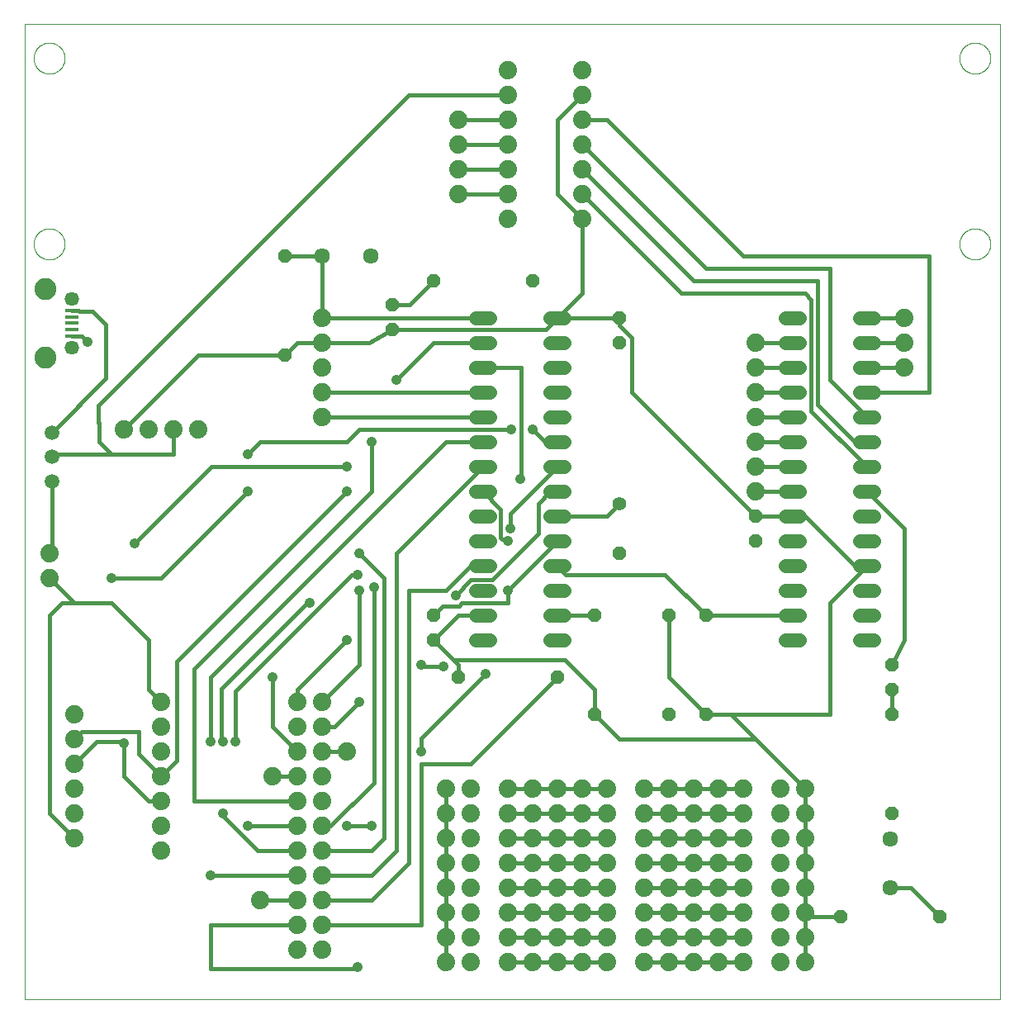
<source format=gtl>
G75*
%MOIN*%
%OFA0B0*%
%FSLAX25Y25*%
%IPPOS*%
%LPD*%
%AMOC8*
5,1,8,0,0,1.08239X$1,22.5*
%
%ADD10C,0.00000*%
%ADD11C,0.05600*%
%ADD12R,0.05315X0.01575*%
%ADD13C,0.05746*%
%ADD14C,0.08858*%
%ADD15C,0.07400*%
%ADD16C,0.05943*%
%ADD17OC8,0.05600*%
%ADD18C,0.06337*%
%ADD19C,0.05600*%
%ADD20C,0.01600*%
%ADD21C,0.04165*%
D10*
X0091250Y0001800D02*
X0091250Y0395501D01*
X0484951Y0395501D01*
X0484951Y0001800D01*
X0091250Y0001800D01*
X0095000Y0306800D02*
X0095002Y0306958D01*
X0095008Y0307115D01*
X0095018Y0307273D01*
X0095032Y0307430D01*
X0095050Y0307586D01*
X0095071Y0307743D01*
X0095097Y0307898D01*
X0095127Y0308053D01*
X0095160Y0308207D01*
X0095198Y0308360D01*
X0095239Y0308513D01*
X0095284Y0308664D01*
X0095333Y0308814D01*
X0095386Y0308962D01*
X0095442Y0309110D01*
X0095503Y0309255D01*
X0095566Y0309400D01*
X0095634Y0309542D01*
X0095705Y0309683D01*
X0095779Y0309822D01*
X0095857Y0309959D01*
X0095939Y0310094D01*
X0096023Y0310227D01*
X0096112Y0310358D01*
X0096203Y0310486D01*
X0096298Y0310613D01*
X0096395Y0310736D01*
X0096496Y0310858D01*
X0096600Y0310976D01*
X0096707Y0311092D01*
X0096817Y0311205D01*
X0096929Y0311316D01*
X0097045Y0311423D01*
X0097163Y0311528D01*
X0097283Y0311630D01*
X0097406Y0311728D01*
X0097532Y0311824D01*
X0097660Y0311916D01*
X0097790Y0312005D01*
X0097922Y0312091D01*
X0098057Y0312173D01*
X0098194Y0312252D01*
X0098332Y0312327D01*
X0098472Y0312399D01*
X0098615Y0312467D01*
X0098758Y0312532D01*
X0098904Y0312593D01*
X0099051Y0312650D01*
X0099199Y0312704D01*
X0099349Y0312754D01*
X0099499Y0312800D01*
X0099651Y0312842D01*
X0099804Y0312881D01*
X0099958Y0312915D01*
X0100113Y0312946D01*
X0100268Y0312972D01*
X0100424Y0312995D01*
X0100581Y0313014D01*
X0100738Y0313029D01*
X0100895Y0313040D01*
X0101053Y0313047D01*
X0101211Y0313050D01*
X0101368Y0313049D01*
X0101526Y0313044D01*
X0101683Y0313035D01*
X0101841Y0313022D01*
X0101997Y0313005D01*
X0102154Y0312984D01*
X0102309Y0312960D01*
X0102464Y0312931D01*
X0102619Y0312898D01*
X0102772Y0312862D01*
X0102925Y0312821D01*
X0103076Y0312777D01*
X0103226Y0312729D01*
X0103375Y0312678D01*
X0103523Y0312622D01*
X0103669Y0312563D01*
X0103814Y0312500D01*
X0103957Y0312433D01*
X0104098Y0312363D01*
X0104237Y0312290D01*
X0104375Y0312213D01*
X0104511Y0312132D01*
X0104644Y0312048D01*
X0104775Y0311961D01*
X0104904Y0311870D01*
X0105031Y0311776D01*
X0105156Y0311679D01*
X0105277Y0311579D01*
X0105397Y0311476D01*
X0105513Y0311370D01*
X0105627Y0311261D01*
X0105739Y0311149D01*
X0105847Y0311035D01*
X0105952Y0310917D01*
X0106055Y0310797D01*
X0106154Y0310675D01*
X0106250Y0310550D01*
X0106343Y0310422D01*
X0106433Y0310293D01*
X0106519Y0310161D01*
X0106603Y0310027D01*
X0106682Y0309891D01*
X0106759Y0309753D01*
X0106831Y0309613D01*
X0106900Y0309471D01*
X0106966Y0309328D01*
X0107028Y0309183D01*
X0107086Y0309036D01*
X0107141Y0308888D01*
X0107192Y0308739D01*
X0107239Y0308588D01*
X0107282Y0308437D01*
X0107321Y0308284D01*
X0107357Y0308130D01*
X0107388Y0307976D01*
X0107416Y0307821D01*
X0107440Y0307665D01*
X0107460Y0307508D01*
X0107476Y0307351D01*
X0107488Y0307194D01*
X0107496Y0307037D01*
X0107500Y0306879D01*
X0107500Y0306721D01*
X0107496Y0306563D01*
X0107488Y0306406D01*
X0107476Y0306249D01*
X0107460Y0306092D01*
X0107440Y0305935D01*
X0107416Y0305779D01*
X0107388Y0305624D01*
X0107357Y0305470D01*
X0107321Y0305316D01*
X0107282Y0305163D01*
X0107239Y0305012D01*
X0107192Y0304861D01*
X0107141Y0304712D01*
X0107086Y0304564D01*
X0107028Y0304417D01*
X0106966Y0304272D01*
X0106900Y0304129D01*
X0106831Y0303987D01*
X0106759Y0303847D01*
X0106682Y0303709D01*
X0106603Y0303573D01*
X0106519Y0303439D01*
X0106433Y0303307D01*
X0106343Y0303178D01*
X0106250Y0303050D01*
X0106154Y0302925D01*
X0106055Y0302803D01*
X0105952Y0302683D01*
X0105847Y0302565D01*
X0105739Y0302451D01*
X0105627Y0302339D01*
X0105513Y0302230D01*
X0105397Y0302124D01*
X0105277Y0302021D01*
X0105156Y0301921D01*
X0105031Y0301824D01*
X0104904Y0301730D01*
X0104775Y0301639D01*
X0104644Y0301552D01*
X0104511Y0301468D01*
X0104375Y0301387D01*
X0104237Y0301310D01*
X0104098Y0301237D01*
X0103957Y0301167D01*
X0103814Y0301100D01*
X0103669Y0301037D01*
X0103523Y0300978D01*
X0103375Y0300922D01*
X0103226Y0300871D01*
X0103076Y0300823D01*
X0102925Y0300779D01*
X0102772Y0300738D01*
X0102619Y0300702D01*
X0102464Y0300669D01*
X0102309Y0300640D01*
X0102154Y0300616D01*
X0101997Y0300595D01*
X0101841Y0300578D01*
X0101683Y0300565D01*
X0101526Y0300556D01*
X0101368Y0300551D01*
X0101211Y0300550D01*
X0101053Y0300553D01*
X0100895Y0300560D01*
X0100738Y0300571D01*
X0100581Y0300586D01*
X0100424Y0300605D01*
X0100268Y0300628D01*
X0100113Y0300654D01*
X0099958Y0300685D01*
X0099804Y0300719D01*
X0099651Y0300758D01*
X0099499Y0300800D01*
X0099349Y0300846D01*
X0099199Y0300896D01*
X0099051Y0300950D01*
X0098904Y0301007D01*
X0098758Y0301068D01*
X0098615Y0301133D01*
X0098472Y0301201D01*
X0098332Y0301273D01*
X0098194Y0301348D01*
X0098057Y0301427D01*
X0097922Y0301509D01*
X0097790Y0301595D01*
X0097660Y0301684D01*
X0097532Y0301776D01*
X0097406Y0301872D01*
X0097283Y0301970D01*
X0097163Y0302072D01*
X0097045Y0302177D01*
X0096929Y0302284D01*
X0096817Y0302395D01*
X0096707Y0302508D01*
X0096600Y0302624D01*
X0096496Y0302742D01*
X0096395Y0302864D01*
X0096298Y0302987D01*
X0096203Y0303114D01*
X0096112Y0303242D01*
X0096023Y0303373D01*
X0095939Y0303506D01*
X0095857Y0303641D01*
X0095779Y0303778D01*
X0095705Y0303917D01*
X0095634Y0304058D01*
X0095566Y0304200D01*
X0095503Y0304345D01*
X0095442Y0304490D01*
X0095386Y0304638D01*
X0095333Y0304786D01*
X0095284Y0304936D01*
X0095239Y0305087D01*
X0095198Y0305240D01*
X0095160Y0305393D01*
X0095127Y0305547D01*
X0095097Y0305702D01*
X0095071Y0305857D01*
X0095050Y0306014D01*
X0095032Y0306170D01*
X0095018Y0306327D01*
X0095008Y0306485D01*
X0095002Y0306642D01*
X0095000Y0306800D01*
X0095000Y0381800D02*
X0095002Y0381958D01*
X0095008Y0382115D01*
X0095018Y0382273D01*
X0095032Y0382430D01*
X0095050Y0382586D01*
X0095071Y0382743D01*
X0095097Y0382898D01*
X0095127Y0383053D01*
X0095160Y0383207D01*
X0095198Y0383360D01*
X0095239Y0383513D01*
X0095284Y0383664D01*
X0095333Y0383814D01*
X0095386Y0383962D01*
X0095442Y0384110D01*
X0095503Y0384255D01*
X0095566Y0384400D01*
X0095634Y0384542D01*
X0095705Y0384683D01*
X0095779Y0384822D01*
X0095857Y0384959D01*
X0095939Y0385094D01*
X0096023Y0385227D01*
X0096112Y0385358D01*
X0096203Y0385486D01*
X0096298Y0385613D01*
X0096395Y0385736D01*
X0096496Y0385858D01*
X0096600Y0385976D01*
X0096707Y0386092D01*
X0096817Y0386205D01*
X0096929Y0386316D01*
X0097045Y0386423D01*
X0097163Y0386528D01*
X0097283Y0386630D01*
X0097406Y0386728D01*
X0097532Y0386824D01*
X0097660Y0386916D01*
X0097790Y0387005D01*
X0097922Y0387091D01*
X0098057Y0387173D01*
X0098194Y0387252D01*
X0098332Y0387327D01*
X0098472Y0387399D01*
X0098615Y0387467D01*
X0098758Y0387532D01*
X0098904Y0387593D01*
X0099051Y0387650D01*
X0099199Y0387704D01*
X0099349Y0387754D01*
X0099499Y0387800D01*
X0099651Y0387842D01*
X0099804Y0387881D01*
X0099958Y0387915D01*
X0100113Y0387946D01*
X0100268Y0387972D01*
X0100424Y0387995D01*
X0100581Y0388014D01*
X0100738Y0388029D01*
X0100895Y0388040D01*
X0101053Y0388047D01*
X0101211Y0388050D01*
X0101368Y0388049D01*
X0101526Y0388044D01*
X0101683Y0388035D01*
X0101841Y0388022D01*
X0101997Y0388005D01*
X0102154Y0387984D01*
X0102309Y0387960D01*
X0102464Y0387931D01*
X0102619Y0387898D01*
X0102772Y0387862D01*
X0102925Y0387821D01*
X0103076Y0387777D01*
X0103226Y0387729D01*
X0103375Y0387678D01*
X0103523Y0387622D01*
X0103669Y0387563D01*
X0103814Y0387500D01*
X0103957Y0387433D01*
X0104098Y0387363D01*
X0104237Y0387290D01*
X0104375Y0387213D01*
X0104511Y0387132D01*
X0104644Y0387048D01*
X0104775Y0386961D01*
X0104904Y0386870D01*
X0105031Y0386776D01*
X0105156Y0386679D01*
X0105277Y0386579D01*
X0105397Y0386476D01*
X0105513Y0386370D01*
X0105627Y0386261D01*
X0105739Y0386149D01*
X0105847Y0386035D01*
X0105952Y0385917D01*
X0106055Y0385797D01*
X0106154Y0385675D01*
X0106250Y0385550D01*
X0106343Y0385422D01*
X0106433Y0385293D01*
X0106519Y0385161D01*
X0106603Y0385027D01*
X0106682Y0384891D01*
X0106759Y0384753D01*
X0106831Y0384613D01*
X0106900Y0384471D01*
X0106966Y0384328D01*
X0107028Y0384183D01*
X0107086Y0384036D01*
X0107141Y0383888D01*
X0107192Y0383739D01*
X0107239Y0383588D01*
X0107282Y0383437D01*
X0107321Y0383284D01*
X0107357Y0383130D01*
X0107388Y0382976D01*
X0107416Y0382821D01*
X0107440Y0382665D01*
X0107460Y0382508D01*
X0107476Y0382351D01*
X0107488Y0382194D01*
X0107496Y0382037D01*
X0107500Y0381879D01*
X0107500Y0381721D01*
X0107496Y0381563D01*
X0107488Y0381406D01*
X0107476Y0381249D01*
X0107460Y0381092D01*
X0107440Y0380935D01*
X0107416Y0380779D01*
X0107388Y0380624D01*
X0107357Y0380470D01*
X0107321Y0380316D01*
X0107282Y0380163D01*
X0107239Y0380012D01*
X0107192Y0379861D01*
X0107141Y0379712D01*
X0107086Y0379564D01*
X0107028Y0379417D01*
X0106966Y0379272D01*
X0106900Y0379129D01*
X0106831Y0378987D01*
X0106759Y0378847D01*
X0106682Y0378709D01*
X0106603Y0378573D01*
X0106519Y0378439D01*
X0106433Y0378307D01*
X0106343Y0378178D01*
X0106250Y0378050D01*
X0106154Y0377925D01*
X0106055Y0377803D01*
X0105952Y0377683D01*
X0105847Y0377565D01*
X0105739Y0377451D01*
X0105627Y0377339D01*
X0105513Y0377230D01*
X0105397Y0377124D01*
X0105277Y0377021D01*
X0105156Y0376921D01*
X0105031Y0376824D01*
X0104904Y0376730D01*
X0104775Y0376639D01*
X0104644Y0376552D01*
X0104511Y0376468D01*
X0104375Y0376387D01*
X0104237Y0376310D01*
X0104098Y0376237D01*
X0103957Y0376167D01*
X0103814Y0376100D01*
X0103669Y0376037D01*
X0103523Y0375978D01*
X0103375Y0375922D01*
X0103226Y0375871D01*
X0103076Y0375823D01*
X0102925Y0375779D01*
X0102772Y0375738D01*
X0102619Y0375702D01*
X0102464Y0375669D01*
X0102309Y0375640D01*
X0102154Y0375616D01*
X0101997Y0375595D01*
X0101841Y0375578D01*
X0101683Y0375565D01*
X0101526Y0375556D01*
X0101368Y0375551D01*
X0101211Y0375550D01*
X0101053Y0375553D01*
X0100895Y0375560D01*
X0100738Y0375571D01*
X0100581Y0375586D01*
X0100424Y0375605D01*
X0100268Y0375628D01*
X0100113Y0375654D01*
X0099958Y0375685D01*
X0099804Y0375719D01*
X0099651Y0375758D01*
X0099499Y0375800D01*
X0099349Y0375846D01*
X0099199Y0375896D01*
X0099051Y0375950D01*
X0098904Y0376007D01*
X0098758Y0376068D01*
X0098615Y0376133D01*
X0098472Y0376201D01*
X0098332Y0376273D01*
X0098194Y0376348D01*
X0098057Y0376427D01*
X0097922Y0376509D01*
X0097790Y0376595D01*
X0097660Y0376684D01*
X0097532Y0376776D01*
X0097406Y0376872D01*
X0097283Y0376970D01*
X0097163Y0377072D01*
X0097045Y0377177D01*
X0096929Y0377284D01*
X0096817Y0377395D01*
X0096707Y0377508D01*
X0096600Y0377624D01*
X0096496Y0377742D01*
X0096395Y0377864D01*
X0096298Y0377987D01*
X0096203Y0378114D01*
X0096112Y0378242D01*
X0096023Y0378373D01*
X0095939Y0378506D01*
X0095857Y0378641D01*
X0095779Y0378778D01*
X0095705Y0378917D01*
X0095634Y0379058D01*
X0095566Y0379200D01*
X0095503Y0379345D01*
X0095442Y0379490D01*
X0095386Y0379638D01*
X0095333Y0379786D01*
X0095284Y0379936D01*
X0095239Y0380087D01*
X0095198Y0380240D01*
X0095160Y0380393D01*
X0095127Y0380547D01*
X0095097Y0380702D01*
X0095071Y0380857D01*
X0095050Y0381014D01*
X0095032Y0381170D01*
X0095018Y0381327D01*
X0095008Y0381485D01*
X0095002Y0381642D01*
X0095000Y0381800D01*
X0468700Y0381800D02*
X0468702Y0381958D01*
X0468708Y0382115D01*
X0468718Y0382273D01*
X0468732Y0382430D01*
X0468750Y0382586D01*
X0468771Y0382743D01*
X0468797Y0382898D01*
X0468827Y0383053D01*
X0468860Y0383207D01*
X0468898Y0383360D01*
X0468939Y0383513D01*
X0468984Y0383664D01*
X0469033Y0383814D01*
X0469086Y0383962D01*
X0469142Y0384110D01*
X0469203Y0384255D01*
X0469266Y0384400D01*
X0469334Y0384542D01*
X0469405Y0384683D01*
X0469479Y0384822D01*
X0469557Y0384959D01*
X0469639Y0385094D01*
X0469723Y0385227D01*
X0469812Y0385358D01*
X0469903Y0385486D01*
X0469998Y0385613D01*
X0470095Y0385736D01*
X0470196Y0385858D01*
X0470300Y0385976D01*
X0470407Y0386092D01*
X0470517Y0386205D01*
X0470629Y0386316D01*
X0470745Y0386423D01*
X0470863Y0386528D01*
X0470983Y0386630D01*
X0471106Y0386728D01*
X0471232Y0386824D01*
X0471360Y0386916D01*
X0471490Y0387005D01*
X0471622Y0387091D01*
X0471757Y0387173D01*
X0471894Y0387252D01*
X0472032Y0387327D01*
X0472172Y0387399D01*
X0472315Y0387467D01*
X0472458Y0387532D01*
X0472604Y0387593D01*
X0472751Y0387650D01*
X0472899Y0387704D01*
X0473049Y0387754D01*
X0473199Y0387800D01*
X0473351Y0387842D01*
X0473504Y0387881D01*
X0473658Y0387915D01*
X0473813Y0387946D01*
X0473968Y0387972D01*
X0474124Y0387995D01*
X0474281Y0388014D01*
X0474438Y0388029D01*
X0474595Y0388040D01*
X0474753Y0388047D01*
X0474911Y0388050D01*
X0475068Y0388049D01*
X0475226Y0388044D01*
X0475383Y0388035D01*
X0475541Y0388022D01*
X0475697Y0388005D01*
X0475854Y0387984D01*
X0476009Y0387960D01*
X0476164Y0387931D01*
X0476319Y0387898D01*
X0476472Y0387862D01*
X0476625Y0387821D01*
X0476776Y0387777D01*
X0476926Y0387729D01*
X0477075Y0387678D01*
X0477223Y0387622D01*
X0477369Y0387563D01*
X0477514Y0387500D01*
X0477657Y0387433D01*
X0477798Y0387363D01*
X0477937Y0387290D01*
X0478075Y0387213D01*
X0478211Y0387132D01*
X0478344Y0387048D01*
X0478475Y0386961D01*
X0478604Y0386870D01*
X0478731Y0386776D01*
X0478856Y0386679D01*
X0478977Y0386579D01*
X0479097Y0386476D01*
X0479213Y0386370D01*
X0479327Y0386261D01*
X0479439Y0386149D01*
X0479547Y0386035D01*
X0479652Y0385917D01*
X0479755Y0385797D01*
X0479854Y0385675D01*
X0479950Y0385550D01*
X0480043Y0385422D01*
X0480133Y0385293D01*
X0480219Y0385161D01*
X0480303Y0385027D01*
X0480382Y0384891D01*
X0480459Y0384753D01*
X0480531Y0384613D01*
X0480600Y0384471D01*
X0480666Y0384328D01*
X0480728Y0384183D01*
X0480786Y0384036D01*
X0480841Y0383888D01*
X0480892Y0383739D01*
X0480939Y0383588D01*
X0480982Y0383437D01*
X0481021Y0383284D01*
X0481057Y0383130D01*
X0481088Y0382976D01*
X0481116Y0382821D01*
X0481140Y0382665D01*
X0481160Y0382508D01*
X0481176Y0382351D01*
X0481188Y0382194D01*
X0481196Y0382037D01*
X0481200Y0381879D01*
X0481200Y0381721D01*
X0481196Y0381563D01*
X0481188Y0381406D01*
X0481176Y0381249D01*
X0481160Y0381092D01*
X0481140Y0380935D01*
X0481116Y0380779D01*
X0481088Y0380624D01*
X0481057Y0380470D01*
X0481021Y0380316D01*
X0480982Y0380163D01*
X0480939Y0380012D01*
X0480892Y0379861D01*
X0480841Y0379712D01*
X0480786Y0379564D01*
X0480728Y0379417D01*
X0480666Y0379272D01*
X0480600Y0379129D01*
X0480531Y0378987D01*
X0480459Y0378847D01*
X0480382Y0378709D01*
X0480303Y0378573D01*
X0480219Y0378439D01*
X0480133Y0378307D01*
X0480043Y0378178D01*
X0479950Y0378050D01*
X0479854Y0377925D01*
X0479755Y0377803D01*
X0479652Y0377683D01*
X0479547Y0377565D01*
X0479439Y0377451D01*
X0479327Y0377339D01*
X0479213Y0377230D01*
X0479097Y0377124D01*
X0478977Y0377021D01*
X0478856Y0376921D01*
X0478731Y0376824D01*
X0478604Y0376730D01*
X0478475Y0376639D01*
X0478344Y0376552D01*
X0478211Y0376468D01*
X0478075Y0376387D01*
X0477937Y0376310D01*
X0477798Y0376237D01*
X0477657Y0376167D01*
X0477514Y0376100D01*
X0477369Y0376037D01*
X0477223Y0375978D01*
X0477075Y0375922D01*
X0476926Y0375871D01*
X0476776Y0375823D01*
X0476625Y0375779D01*
X0476472Y0375738D01*
X0476319Y0375702D01*
X0476164Y0375669D01*
X0476009Y0375640D01*
X0475854Y0375616D01*
X0475697Y0375595D01*
X0475541Y0375578D01*
X0475383Y0375565D01*
X0475226Y0375556D01*
X0475068Y0375551D01*
X0474911Y0375550D01*
X0474753Y0375553D01*
X0474595Y0375560D01*
X0474438Y0375571D01*
X0474281Y0375586D01*
X0474124Y0375605D01*
X0473968Y0375628D01*
X0473813Y0375654D01*
X0473658Y0375685D01*
X0473504Y0375719D01*
X0473351Y0375758D01*
X0473199Y0375800D01*
X0473049Y0375846D01*
X0472899Y0375896D01*
X0472751Y0375950D01*
X0472604Y0376007D01*
X0472458Y0376068D01*
X0472315Y0376133D01*
X0472172Y0376201D01*
X0472032Y0376273D01*
X0471894Y0376348D01*
X0471757Y0376427D01*
X0471622Y0376509D01*
X0471490Y0376595D01*
X0471360Y0376684D01*
X0471232Y0376776D01*
X0471106Y0376872D01*
X0470983Y0376970D01*
X0470863Y0377072D01*
X0470745Y0377177D01*
X0470629Y0377284D01*
X0470517Y0377395D01*
X0470407Y0377508D01*
X0470300Y0377624D01*
X0470196Y0377742D01*
X0470095Y0377864D01*
X0469998Y0377987D01*
X0469903Y0378114D01*
X0469812Y0378242D01*
X0469723Y0378373D01*
X0469639Y0378506D01*
X0469557Y0378641D01*
X0469479Y0378778D01*
X0469405Y0378917D01*
X0469334Y0379058D01*
X0469266Y0379200D01*
X0469203Y0379345D01*
X0469142Y0379490D01*
X0469086Y0379638D01*
X0469033Y0379786D01*
X0468984Y0379936D01*
X0468939Y0380087D01*
X0468898Y0380240D01*
X0468860Y0380393D01*
X0468827Y0380547D01*
X0468797Y0380702D01*
X0468771Y0380857D01*
X0468750Y0381014D01*
X0468732Y0381170D01*
X0468718Y0381327D01*
X0468708Y0381485D01*
X0468702Y0381642D01*
X0468700Y0381800D01*
X0468700Y0306800D02*
X0468702Y0306958D01*
X0468708Y0307115D01*
X0468718Y0307273D01*
X0468732Y0307430D01*
X0468750Y0307586D01*
X0468771Y0307743D01*
X0468797Y0307898D01*
X0468827Y0308053D01*
X0468860Y0308207D01*
X0468898Y0308360D01*
X0468939Y0308513D01*
X0468984Y0308664D01*
X0469033Y0308814D01*
X0469086Y0308962D01*
X0469142Y0309110D01*
X0469203Y0309255D01*
X0469266Y0309400D01*
X0469334Y0309542D01*
X0469405Y0309683D01*
X0469479Y0309822D01*
X0469557Y0309959D01*
X0469639Y0310094D01*
X0469723Y0310227D01*
X0469812Y0310358D01*
X0469903Y0310486D01*
X0469998Y0310613D01*
X0470095Y0310736D01*
X0470196Y0310858D01*
X0470300Y0310976D01*
X0470407Y0311092D01*
X0470517Y0311205D01*
X0470629Y0311316D01*
X0470745Y0311423D01*
X0470863Y0311528D01*
X0470983Y0311630D01*
X0471106Y0311728D01*
X0471232Y0311824D01*
X0471360Y0311916D01*
X0471490Y0312005D01*
X0471622Y0312091D01*
X0471757Y0312173D01*
X0471894Y0312252D01*
X0472032Y0312327D01*
X0472172Y0312399D01*
X0472315Y0312467D01*
X0472458Y0312532D01*
X0472604Y0312593D01*
X0472751Y0312650D01*
X0472899Y0312704D01*
X0473049Y0312754D01*
X0473199Y0312800D01*
X0473351Y0312842D01*
X0473504Y0312881D01*
X0473658Y0312915D01*
X0473813Y0312946D01*
X0473968Y0312972D01*
X0474124Y0312995D01*
X0474281Y0313014D01*
X0474438Y0313029D01*
X0474595Y0313040D01*
X0474753Y0313047D01*
X0474911Y0313050D01*
X0475068Y0313049D01*
X0475226Y0313044D01*
X0475383Y0313035D01*
X0475541Y0313022D01*
X0475697Y0313005D01*
X0475854Y0312984D01*
X0476009Y0312960D01*
X0476164Y0312931D01*
X0476319Y0312898D01*
X0476472Y0312862D01*
X0476625Y0312821D01*
X0476776Y0312777D01*
X0476926Y0312729D01*
X0477075Y0312678D01*
X0477223Y0312622D01*
X0477369Y0312563D01*
X0477514Y0312500D01*
X0477657Y0312433D01*
X0477798Y0312363D01*
X0477937Y0312290D01*
X0478075Y0312213D01*
X0478211Y0312132D01*
X0478344Y0312048D01*
X0478475Y0311961D01*
X0478604Y0311870D01*
X0478731Y0311776D01*
X0478856Y0311679D01*
X0478977Y0311579D01*
X0479097Y0311476D01*
X0479213Y0311370D01*
X0479327Y0311261D01*
X0479439Y0311149D01*
X0479547Y0311035D01*
X0479652Y0310917D01*
X0479755Y0310797D01*
X0479854Y0310675D01*
X0479950Y0310550D01*
X0480043Y0310422D01*
X0480133Y0310293D01*
X0480219Y0310161D01*
X0480303Y0310027D01*
X0480382Y0309891D01*
X0480459Y0309753D01*
X0480531Y0309613D01*
X0480600Y0309471D01*
X0480666Y0309328D01*
X0480728Y0309183D01*
X0480786Y0309036D01*
X0480841Y0308888D01*
X0480892Y0308739D01*
X0480939Y0308588D01*
X0480982Y0308437D01*
X0481021Y0308284D01*
X0481057Y0308130D01*
X0481088Y0307976D01*
X0481116Y0307821D01*
X0481140Y0307665D01*
X0481160Y0307508D01*
X0481176Y0307351D01*
X0481188Y0307194D01*
X0481196Y0307037D01*
X0481200Y0306879D01*
X0481200Y0306721D01*
X0481196Y0306563D01*
X0481188Y0306406D01*
X0481176Y0306249D01*
X0481160Y0306092D01*
X0481140Y0305935D01*
X0481116Y0305779D01*
X0481088Y0305624D01*
X0481057Y0305470D01*
X0481021Y0305316D01*
X0480982Y0305163D01*
X0480939Y0305012D01*
X0480892Y0304861D01*
X0480841Y0304712D01*
X0480786Y0304564D01*
X0480728Y0304417D01*
X0480666Y0304272D01*
X0480600Y0304129D01*
X0480531Y0303987D01*
X0480459Y0303847D01*
X0480382Y0303709D01*
X0480303Y0303573D01*
X0480219Y0303439D01*
X0480133Y0303307D01*
X0480043Y0303178D01*
X0479950Y0303050D01*
X0479854Y0302925D01*
X0479755Y0302803D01*
X0479652Y0302683D01*
X0479547Y0302565D01*
X0479439Y0302451D01*
X0479327Y0302339D01*
X0479213Y0302230D01*
X0479097Y0302124D01*
X0478977Y0302021D01*
X0478856Y0301921D01*
X0478731Y0301824D01*
X0478604Y0301730D01*
X0478475Y0301639D01*
X0478344Y0301552D01*
X0478211Y0301468D01*
X0478075Y0301387D01*
X0477937Y0301310D01*
X0477798Y0301237D01*
X0477657Y0301167D01*
X0477514Y0301100D01*
X0477369Y0301037D01*
X0477223Y0300978D01*
X0477075Y0300922D01*
X0476926Y0300871D01*
X0476776Y0300823D01*
X0476625Y0300779D01*
X0476472Y0300738D01*
X0476319Y0300702D01*
X0476164Y0300669D01*
X0476009Y0300640D01*
X0475854Y0300616D01*
X0475697Y0300595D01*
X0475541Y0300578D01*
X0475383Y0300565D01*
X0475226Y0300556D01*
X0475068Y0300551D01*
X0474911Y0300550D01*
X0474753Y0300553D01*
X0474595Y0300560D01*
X0474438Y0300571D01*
X0474281Y0300586D01*
X0474124Y0300605D01*
X0473968Y0300628D01*
X0473813Y0300654D01*
X0473658Y0300685D01*
X0473504Y0300719D01*
X0473351Y0300758D01*
X0473199Y0300800D01*
X0473049Y0300846D01*
X0472899Y0300896D01*
X0472751Y0300950D01*
X0472604Y0301007D01*
X0472458Y0301068D01*
X0472315Y0301133D01*
X0472172Y0301201D01*
X0472032Y0301273D01*
X0471894Y0301348D01*
X0471757Y0301427D01*
X0471622Y0301509D01*
X0471490Y0301595D01*
X0471360Y0301684D01*
X0471232Y0301776D01*
X0471106Y0301872D01*
X0470983Y0301970D01*
X0470863Y0302072D01*
X0470745Y0302177D01*
X0470629Y0302284D01*
X0470517Y0302395D01*
X0470407Y0302508D01*
X0470300Y0302624D01*
X0470196Y0302742D01*
X0470095Y0302864D01*
X0469998Y0302987D01*
X0469903Y0303114D01*
X0469812Y0303242D01*
X0469723Y0303373D01*
X0469639Y0303506D01*
X0469557Y0303641D01*
X0469479Y0303778D01*
X0469405Y0303917D01*
X0469334Y0304058D01*
X0469266Y0304200D01*
X0469203Y0304345D01*
X0469142Y0304490D01*
X0469086Y0304638D01*
X0469033Y0304786D01*
X0468984Y0304936D01*
X0468939Y0305087D01*
X0468898Y0305240D01*
X0468860Y0305393D01*
X0468827Y0305547D01*
X0468797Y0305702D01*
X0468771Y0305857D01*
X0468750Y0306014D01*
X0468732Y0306170D01*
X0468718Y0306327D01*
X0468708Y0306485D01*
X0468702Y0306642D01*
X0468700Y0306800D01*
D11*
X0434050Y0276800D02*
X0428450Y0276800D01*
X0428450Y0266800D02*
X0434050Y0266800D01*
X0434050Y0256800D02*
X0428450Y0256800D01*
X0428450Y0246800D02*
X0434050Y0246800D01*
X0434050Y0236800D02*
X0428450Y0236800D01*
X0428450Y0226800D02*
X0434050Y0226800D01*
X0434050Y0216800D02*
X0428450Y0216800D01*
X0428450Y0206800D02*
X0434050Y0206800D01*
X0434050Y0196800D02*
X0428450Y0196800D01*
X0428450Y0186800D02*
X0434050Y0186800D01*
X0434050Y0176800D02*
X0428450Y0176800D01*
X0428450Y0166800D02*
X0434050Y0166800D01*
X0434050Y0156800D02*
X0428450Y0156800D01*
X0428450Y0146800D02*
X0434050Y0146800D01*
X0404050Y0146800D02*
X0398450Y0146800D01*
X0398450Y0156800D02*
X0404050Y0156800D01*
X0404050Y0166800D02*
X0398450Y0166800D01*
X0398450Y0176800D02*
X0404050Y0176800D01*
X0404050Y0186800D02*
X0398450Y0186800D01*
X0398450Y0196800D02*
X0404050Y0196800D01*
X0404050Y0206800D02*
X0398450Y0206800D01*
X0398450Y0216800D02*
X0404050Y0216800D01*
X0404050Y0226800D02*
X0398450Y0226800D01*
X0398450Y0236800D02*
X0404050Y0236800D01*
X0404050Y0246800D02*
X0398450Y0246800D01*
X0398450Y0256800D02*
X0404050Y0256800D01*
X0404050Y0266800D02*
X0398450Y0266800D01*
X0398450Y0276800D02*
X0404050Y0276800D01*
X0309050Y0276800D02*
X0303450Y0276800D01*
X0303450Y0266800D02*
X0309050Y0266800D01*
X0309050Y0256800D02*
X0303450Y0256800D01*
X0303450Y0246800D02*
X0309050Y0246800D01*
X0309050Y0236800D02*
X0303450Y0236800D01*
X0303450Y0226800D02*
X0309050Y0226800D01*
X0309050Y0216800D02*
X0303450Y0216800D01*
X0303450Y0206800D02*
X0309050Y0206800D01*
X0309050Y0196800D02*
X0303450Y0196800D01*
X0303450Y0186800D02*
X0309050Y0186800D01*
X0309050Y0176800D02*
X0303450Y0176800D01*
X0303450Y0166800D02*
X0309050Y0166800D01*
X0309050Y0156800D02*
X0303450Y0156800D01*
X0303450Y0146800D02*
X0309050Y0146800D01*
X0279050Y0146800D02*
X0273450Y0146800D01*
X0273450Y0156800D02*
X0279050Y0156800D01*
X0279050Y0166800D02*
X0273450Y0166800D01*
X0273450Y0176800D02*
X0279050Y0176800D01*
X0279050Y0186800D02*
X0273450Y0186800D01*
X0273450Y0196800D02*
X0279050Y0196800D01*
X0279050Y0206800D02*
X0273450Y0206800D01*
X0273450Y0216800D02*
X0279050Y0216800D01*
X0279050Y0226800D02*
X0273450Y0226800D01*
X0273450Y0236800D02*
X0279050Y0236800D01*
X0279050Y0246800D02*
X0273450Y0246800D01*
X0273450Y0256800D02*
X0279050Y0256800D01*
X0279050Y0266800D02*
X0273450Y0266800D01*
X0273450Y0276800D02*
X0279050Y0276800D01*
D12*
X0110380Y0277359D03*
X0110380Y0274800D03*
X0110380Y0272241D03*
X0110380Y0269682D03*
X0110380Y0279918D03*
D13*
X0110380Y0284643D03*
X0110380Y0264957D03*
D14*
X0099750Y0261020D03*
X0099750Y0288580D03*
D15*
X0131250Y0231800D03*
X0141250Y0231800D03*
X0151250Y0231800D03*
X0161250Y0231800D03*
X0211250Y0236800D03*
X0211250Y0246800D03*
X0211250Y0256800D03*
X0211250Y0266800D03*
X0211250Y0276800D03*
X0266250Y0326800D03*
X0266250Y0336800D03*
X0266250Y0346800D03*
X0266250Y0356800D03*
X0286250Y0356800D03*
X0286250Y0346800D03*
X0286250Y0336800D03*
X0286250Y0326800D03*
X0286250Y0316800D03*
X0316250Y0316800D03*
X0316250Y0326800D03*
X0316250Y0336800D03*
X0316250Y0346800D03*
X0316250Y0356800D03*
X0316250Y0366800D03*
X0316250Y0376800D03*
X0286250Y0376800D03*
X0286250Y0366800D03*
X0386250Y0266800D03*
X0386250Y0256800D03*
X0386250Y0246800D03*
X0386250Y0236800D03*
X0386250Y0226800D03*
X0386250Y0216800D03*
X0386250Y0206800D03*
X0446250Y0256800D03*
X0446250Y0266800D03*
X0446250Y0276800D03*
X0221250Y0101800D03*
X0211250Y0101800D03*
X0211250Y0091800D03*
X0201250Y0091800D03*
X0201250Y0101800D03*
X0191250Y0091800D03*
X0201250Y0081800D03*
X0201250Y0071800D03*
X0211250Y0071800D03*
X0211250Y0081800D03*
X0211250Y0061800D03*
X0201250Y0061800D03*
X0201250Y0051800D03*
X0201250Y0041800D03*
X0211250Y0041800D03*
X0211250Y0051800D03*
X0211250Y0031800D03*
X0211250Y0021800D03*
X0201250Y0021800D03*
X0201250Y0031800D03*
X0186250Y0041800D03*
X0146250Y0061800D03*
X0146250Y0071800D03*
X0146250Y0081800D03*
X0146250Y0091800D03*
X0146250Y0101800D03*
X0146250Y0111800D03*
X0146250Y0121800D03*
X0111250Y0116800D03*
X0111250Y0106800D03*
X0111250Y0096800D03*
X0111250Y0086800D03*
X0111250Y0076800D03*
X0111250Y0066800D03*
X0201250Y0111800D03*
X0201250Y0121800D03*
X0211250Y0121800D03*
X0211250Y0111800D03*
X0261250Y0086800D03*
X0261250Y0076800D03*
X0271250Y0076800D03*
X0271250Y0086800D03*
X0286250Y0086800D03*
X0286250Y0076800D03*
X0296250Y0076800D03*
X0296250Y0086800D03*
X0306250Y0086800D03*
X0306250Y0076800D03*
X0316250Y0076800D03*
X0316250Y0086800D03*
X0326250Y0086800D03*
X0326250Y0076800D03*
X0326250Y0066800D03*
X0326250Y0056800D03*
X0316250Y0056800D03*
X0316250Y0066800D03*
X0306250Y0066800D03*
X0306250Y0056800D03*
X0296250Y0056800D03*
X0296250Y0066800D03*
X0286250Y0066800D03*
X0286250Y0056800D03*
X0286250Y0046800D03*
X0286250Y0036800D03*
X0296250Y0036800D03*
X0296250Y0046800D03*
X0306250Y0046800D03*
X0306250Y0036800D03*
X0316250Y0036800D03*
X0316250Y0046800D03*
X0326250Y0046800D03*
X0326250Y0036800D03*
X0326250Y0026800D03*
X0326250Y0016800D03*
X0316250Y0016800D03*
X0316250Y0026800D03*
X0306250Y0026800D03*
X0306250Y0016800D03*
X0296250Y0016800D03*
X0296250Y0026800D03*
X0286250Y0026800D03*
X0286250Y0016800D03*
X0271250Y0016800D03*
X0271250Y0026800D03*
X0261250Y0026800D03*
X0261250Y0016800D03*
X0261250Y0036800D03*
X0261250Y0046800D03*
X0271250Y0046800D03*
X0271250Y0036800D03*
X0271250Y0056800D03*
X0271250Y0066800D03*
X0261250Y0066800D03*
X0261250Y0056800D03*
X0341250Y0056800D03*
X0341250Y0066800D03*
X0351250Y0066800D03*
X0351250Y0056800D03*
X0351250Y0046800D03*
X0351250Y0036800D03*
X0341250Y0036800D03*
X0341250Y0046800D03*
X0341250Y0026800D03*
X0341250Y0016800D03*
X0351250Y0016800D03*
X0351250Y0026800D03*
X0361250Y0026800D03*
X0361250Y0016800D03*
X0371250Y0016800D03*
X0371250Y0026800D03*
X0381250Y0026800D03*
X0381250Y0016800D03*
X0396250Y0016800D03*
X0396250Y0026800D03*
X0406250Y0026800D03*
X0406250Y0016800D03*
X0406250Y0036800D03*
X0406250Y0046800D03*
X0396250Y0046800D03*
X0396250Y0036800D03*
X0381250Y0036800D03*
X0381250Y0046800D03*
X0371250Y0046800D03*
X0371250Y0036800D03*
X0361250Y0036800D03*
X0361250Y0046800D03*
X0361250Y0056800D03*
X0361250Y0066800D03*
X0371250Y0066800D03*
X0371250Y0056800D03*
X0381250Y0056800D03*
X0381250Y0066800D03*
X0381250Y0076800D03*
X0381250Y0086800D03*
X0371250Y0086800D03*
X0371250Y0076800D03*
X0361250Y0076800D03*
X0361250Y0086800D03*
X0351250Y0086800D03*
X0351250Y0076800D03*
X0341250Y0076800D03*
X0341250Y0086800D03*
X0396250Y0086800D03*
X0396250Y0076800D03*
X0406250Y0076800D03*
X0406250Y0086800D03*
X0406250Y0066800D03*
X0406250Y0056800D03*
X0396250Y0056800D03*
X0396250Y0066800D03*
X0101250Y0171800D03*
X0101250Y0181800D03*
D16*
X0102250Y0210957D03*
X0102250Y0220800D03*
X0102250Y0230643D03*
D17*
X0196250Y0261800D03*
X0239750Y0272300D03*
X0239750Y0282300D03*
X0256250Y0291800D03*
X0296250Y0291800D03*
X0331250Y0276800D03*
X0331250Y0266800D03*
X0386250Y0196800D03*
X0386250Y0186800D03*
X0366250Y0156800D03*
X0351250Y0156800D03*
X0321250Y0156800D03*
X0331250Y0181800D03*
X0306250Y0131800D03*
X0321250Y0116800D03*
X0351250Y0116800D03*
X0366250Y0116800D03*
X0441250Y0116800D03*
X0441250Y0126800D03*
X0441250Y0136800D03*
X0441250Y0076800D03*
X0460750Y0035300D03*
X0420750Y0035300D03*
X0266250Y0131800D03*
X0256250Y0146800D03*
X0256250Y0156800D03*
X0196250Y0301800D03*
D18*
X0211407Y0301800D03*
X0231093Y0301800D03*
X0440750Y0066643D03*
X0440750Y0046957D03*
D19*
X0331250Y0201800D03*
D20*
X0326250Y0196800D01*
X0306250Y0196800D01*
X0298650Y0201957D02*
X0298650Y0189943D01*
X0280007Y0171300D01*
X0271493Y0171300D01*
X0265250Y0165057D01*
X0265250Y0164800D01*
X0267901Y0161800D02*
X0286250Y0161800D01*
X0286250Y0166800D01*
X0306250Y0186800D01*
X0306250Y0176800D02*
X0309750Y0173300D01*
X0349750Y0173300D01*
X0366250Y0156800D01*
X0401250Y0156800D01*
X0416250Y0161800D02*
X0416250Y0116800D01*
X0366250Y0116800D01*
X0376250Y0116800D01*
X0386250Y0106800D01*
X0331250Y0106800D01*
X0321250Y0116800D01*
X0321250Y0126800D01*
X0309250Y0138800D01*
X0264250Y0138800D01*
X0266250Y0136800D01*
X0266250Y0131800D01*
X0264250Y0138800D02*
X0256250Y0146800D01*
X0266250Y0156800D01*
X0276250Y0156800D01*
X0267901Y0161800D02*
X0266612Y0160511D01*
X0259961Y0160511D01*
X0256250Y0156800D01*
X0261250Y0166800D02*
X0246250Y0166800D01*
X0246250Y0056800D01*
X0231250Y0041800D01*
X0211250Y0041800D01*
X0211250Y0051800D02*
X0231250Y0051800D01*
X0241250Y0061800D01*
X0241250Y0181800D01*
X0276250Y0216800D01*
X0276250Y0226800D02*
X0261250Y0226800D01*
X0166250Y0131800D01*
X0166250Y0105800D01*
X0170750Y0106300D02*
X0171250Y0105800D01*
X0170750Y0106300D02*
X0170750Y0127300D01*
X0205250Y0161800D01*
X0206250Y0161800D01*
X0223250Y0173300D02*
X0225750Y0173300D01*
X0223250Y0173300D02*
X0176250Y0126300D01*
X0176250Y0105800D01*
X0191250Y0111800D02*
X0201250Y0101800D01*
X0201250Y0091800D02*
X0191250Y0091800D01*
X0201250Y0081800D02*
X0159750Y0081800D01*
X0159750Y0135300D01*
X0231250Y0206800D01*
X0231250Y0226800D01*
X0226250Y0231800D02*
X0287750Y0231800D01*
X0296250Y0231800D02*
X0301250Y0226800D01*
X0306250Y0226800D01*
X0306250Y0216800D02*
X0287250Y0197800D01*
X0287250Y0191800D01*
X0283450Y0188449D02*
X0285099Y0186800D01*
X0286250Y0186800D01*
X0283450Y0188449D02*
X0283450Y0199600D01*
X0276250Y0206800D01*
X0291250Y0211800D02*
X0291750Y0212300D01*
X0291750Y0256800D01*
X0276250Y0256800D01*
X0276250Y0266800D02*
X0256250Y0266800D01*
X0241250Y0251800D01*
X0230250Y0266800D02*
X0239750Y0272300D01*
X0301750Y0272300D01*
X0306250Y0276800D01*
X0316250Y0286800D01*
X0316250Y0316800D01*
X0306250Y0326800D01*
X0306250Y0356800D01*
X0316250Y0366800D01*
X0316250Y0356800D02*
X0326250Y0356800D01*
X0381250Y0301800D01*
X0456250Y0301800D01*
X0456250Y0246800D01*
X0431250Y0246800D01*
X0431250Y0236800D02*
X0416250Y0251800D01*
X0416250Y0296800D01*
X0366250Y0296800D01*
X0316250Y0346800D01*
X0316250Y0336800D02*
X0361250Y0291800D01*
X0411250Y0291800D01*
X0411250Y0241800D01*
X0426250Y0226800D01*
X0431250Y0226800D01*
X0431250Y0216800D02*
X0408850Y0239200D01*
X0408850Y0284200D01*
X0406250Y0286800D01*
X0356250Y0286800D01*
X0316250Y0326800D01*
X0286250Y0326800D02*
X0266250Y0326800D01*
X0266250Y0336800D02*
X0286250Y0336800D01*
X0286250Y0346800D02*
X0266250Y0346800D01*
X0266250Y0356800D02*
X0286250Y0356800D01*
X0286250Y0366800D02*
X0246250Y0366800D01*
X0121150Y0241700D01*
X0121150Y0234687D01*
X0121250Y0234587D01*
X0121250Y0226800D01*
X0126250Y0221800D01*
X0103250Y0221800D01*
X0102250Y0220800D01*
X0102250Y0230643D02*
X0124139Y0252531D01*
X0124139Y0274308D01*
X0118700Y0279746D01*
X0113304Y0279746D01*
X0113132Y0279918D01*
X0110380Y0279918D01*
X0110380Y0269682D02*
X0114368Y0269682D01*
X0116750Y0267300D01*
X0131250Y0231800D02*
X0161250Y0261800D01*
X0196250Y0261800D01*
X0201250Y0266800D01*
X0211250Y0266800D01*
X0230250Y0266800D01*
X0239750Y0282300D02*
X0246750Y0282300D01*
X0256250Y0291800D01*
X0276250Y0276800D02*
X0211250Y0276800D01*
X0211250Y0301643D01*
X0211407Y0301800D01*
X0196250Y0301800D01*
X0211250Y0246800D02*
X0276250Y0246800D01*
X0276250Y0236800D02*
X0211250Y0236800D01*
X0221250Y0226800D02*
X0226250Y0231800D01*
X0221250Y0226800D02*
X0186250Y0226800D01*
X0181250Y0221800D01*
X0166750Y0216800D02*
X0135750Y0185800D01*
X0126250Y0171800D02*
X0146250Y0171800D01*
X0181250Y0206800D01*
X0166750Y0216800D02*
X0221250Y0216800D01*
X0221250Y0206800D02*
X0152850Y0138400D01*
X0152850Y0098400D01*
X0146250Y0091800D01*
X0137250Y0100800D01*
X0137250Y0109800D01*
X0114250Y0109800D01*
X0111250Y0106800D01*
X0120250Y0105800D02*
X0111250Y0096800D01*
X0120250Y0105800D02*
X0130750Y0105800D01*
X0131250Y0105300D01*
X0131250Y0091800D01*
X0141250Y0081800D01*
X0146250Y0081800D01*
X0171250Y0076800D02*
X0171250Y0075800D01*
X0185250Y0061800D01*
X0201250Y0061800D01*
X0211250Y0061800D02*
X0231250Y0061800D01*
X0236250Y0066800D01*
X0236250Y0171800D01*
X0226250Y0181800D01*
X0232250Y0168300D02*
X0232250Y0089300D01*
X0214750Y0071800D01*
X0211250Y0071800D01*
X0201250Y0071800D02*
X0181250Y0071800D01*
X0166250Y0051800D02*
X0201250Y0051800D01*
X0201250Y0041800D02*
X0186250Y0041800D01*
X0201250Y0031800D02*
X0166250Y0031800D01*
X0166250Y0014300D01*
X0225250Y0014300D01*
X0225750Y0014800D01*
X0211250Y0031800D02*
X0251250Y0031800D01*
X0251250Y0096800D01*
X0271250Y0096800D01*
X0306250Y0131800D01*
X0306250Y0156800D02*
X0321250Y0156800D01*
X0351250Y0156800D02*
X0351250Y0131800D01*
X0366250Y0116800D01*
X0386250Y0106800D02*
X0406250Y0086800D01*
X0406250Y0076800D01*
X0406250Y0066800D01*
X0406250Y0056800D01*
X0406250Y0046800D01*
X0406250Y0036800D01*
X0406250Y0026800D01*
X0406250Y0016800D01*
X0407750Y0035300D02*
X0406250Y0036800D01*
X0407750Y0035300D02*
X0420750Y0035300D01*
X0440750Y0046957D02*
X0449093Y0046957D01*
X0460750Y0035300D01*
X0381250Y0036800D02*
X0371250Y0036800D01*
X0361250Y0036800D01*
X0351250Y0036800D01*
X0341250Y0036800D01*
X0341250Y0046800D02*
X0351250Y0046800D01*
X0361250Y0046800D01*
X0371250Y0046800D01*
X0381250Y0046800D01*
X0381250Y0056800D02*
X0371250Y0056800D01*
X0361250Y0056800D01*
X0351250Y0056800D01*
X0341250Y0056800D01*
X0341250Y0066800D02*
X0351250Y0066800D01*
X0361250Y0066800D01*
X0371250Y0066800D01*
X0381250Y0066800D01*
X0381250Y0076800D02*
X0371250Y0076800D01*
X0361250Y0076800D01*
X0351250Y0076800D01*
X0341250Y0076800D01*
X0341250Y0086800D02*
X0351250Y0086800D01*
X0361250Y0086800D01*
X0371250Y0086800D01*
X0381250Y0086800D01*
X0326250Y0086800D02*
X0316250Y0086800D01*
X0306250Y0086800D01*
X0296250Y0086800D01*
X0286250Y0086800D01*
X0286250Y0076800D02*
X0296250Y0076800D01*
X0306250Y0076800D01*
X0316250Y0076800D01*
X0326250Y0076800D01*
X0326250Y0066800D02*
X0316250Y0066800D01*
X0306250Y0066800D01*
X0296250Y0066800D01*
X0286250Y0066800D01*
X0286250Y0056800D02*
X0296250Y0056800D01*
X0306250Y0056800D01*
X0316250Y0056800D01*
X0326250Y0056800D01*
X0326250Y0046800D02*
X0316250Y0046800D01*
X0306250Y0046800D01*
X0296250Y0046800D01*
X0286250Y0046800D01*
X0286250Y0036800D02*
X0296250Y0036800D01*
X0306250Y0036800D01*
X0316250Y0036800D01*
X0326250Y0036800D01*
X0326250Y0026800D02*
X0316250Y0026800D01*
X0306250Y0026800D01*
X0296250Y0026800D01*
X0286250Y0026800D01*
X0286250Y0016800D02*
X0296250Y0016800D01*
X0306250Y0016800D01*
X0316250Y0016800D01*
X0326250Y0016800D01*
X0341250Y0016800D02*
X0351250Y0016800D01*
X0361250Y0016800D01*
X0371250Y0016800D01*
X0381250Y0016800D01*
X0381250Y0026800D02*
X0371250Y0026800D01*
X0361250Y0026800D01*
X0351250Y0026800D01*
X0341250Y0026800D01*
X0261250Y0026800D02*
X0261250Y0016800D01*
X0261250Y0026800D02*
X0261250Y0036800D01*
X0261250Y0046800D01*
X0261250Y0056800D01*
X0261250Y0076800D01*
X0261250Y0066800D01*
X0261250Y0076800D02*
X0261250Y0086800D01*
X0251250Y0101800D02*
X0251250Y0107300D01*
X0277250Y0133300D01*
X0260250Y0136300D02*
X0251750Y0136300D01*
X0251250Y0136800D01*
X0226250Y0136800D02*
X0226250Y0166800D01*
X0221250Y0146800D02*
X0201250Y0126800D01*
X0201250Y0121800D01*
X0211250Y0121800D02*
X0226250Y0136800D01*
X0226250Y0121800D02*
X0216250Y0111800D01*
X0211250Y0111800D01*
X0211250Y0101800D02*
X0221250Y0101800D01*
X0191250Y0111800D02*
X0191250Y0131800D01*
X0146250Y0121800D02*
X0141250Y0126800D01*
X0141250Y0146800D01*
X0126250Y0161800D01*
X0111250Y0161800D01*
X0106250Y0161800D01*
X0101250Y0156800D01*
X0101250Y0076800D01*
X0111250Y0066800D01*
X0221250Y0071800D02*
X0231250Y0071800D01*
X0261250Y0166800D02*
X0271250Y0176800D01*
X0276250Y0176800D01*
X0298650Y0201957D02*
X0303493Y0206800D01*
X0306250Y0206800D01*
X0336250Y0246800D02*
X0336250Y0268957D01*
X0331250Y0273957D01*
X0331250Y0276800D01*
X0306250Y0276800D01*
X0336250Y0246800D02*
X0386250Y0196800D01*
X0401250Y0196800D01*
X0406250Y0196800D01*
X0426250Y0176800D01*
X0431250Y0176800D01*
X0416250Y0161800D01*
X0446250Y0146800D02*
X0441250Y0136800D01*
X0446250Y0146800D02*
X0446250Y0191800D01*
X0431250Y0206800D01*
X0401250Y0206800D02*
X0386250Y0206800D01*
X0386250Y0216800D02*
X0401250Y0216800D01*
X0401250Y0226800D02*
X0386250Y0226800D01*
X0386250Y0236800D02*
X0401250Y0236800D01*
X0401250Y0246800D02*
X0386250Y0246800D01*
X0386250Y0256800D02*
X0401250Y0256800D01*
X0401250Y0266800D02*
X0386250Y0266800D01*
X0431250Y0266800D02*
X0446250Y0266800D01*
X0446250Y0256800D02*
X0431250Y0256800D01*
X0431250Y0276800D02*
X0446250Y0276800D01*
X0441250Y0126800D02*
X0441250Y0116800D01*
X0151250Y0221800D02*
X0151250Y0231800D01*
X0151250Y0221800D02*
X0126250Y0221800D01*
X0102250Y0210957D02*
X0102250Y0182800D01*
X0101250Y0181800D01*
X0101250Y0171800D02*
X0111250Y0161800D01*
D21*
X0126250Y0171800D03*
X0135750Y0185800D03*
X0181250Y0206800D03*
X0181250Y0221800D03*
X0221250Y0216800D03*
X0231250Y0226800D03*
X0221250Y0206800D03*
X0226250Y0181800D03*
X0225750Y0173300D03*
X0232250Y0168300D03*
X0226250Y0166800D03*
X0206250Y0161800D03*
X0221250Y0146800D03*
X0226250Y0121800D03*
X0251250Y0136800D03*
X0260250Y0136300D03*
X0277250Y0133300D03*
X0265250Y0164800D03*
X0286250Y0166800D03*
X0286250Y0186800D03*
X0287250Y0191800D03*
X0291250Y0211800D03*
X0287750Y0231800D03*
X0296250Y0231800D03*
X0241250Y0251800D03*
X0116750Y0267300D03*
X0191250Y0131800D03*
X0176250Y0105800D03*
X0171250Y0105800D03*
X0166250Y0105800D03*
X0171250Y0076800D03*
X0181250Y0071800D03*
X0166250Y0051800D03*
X0221250Y0071800D03*
X0231250Y0071800D03*
X0251250Y0101800D03*
X0225750Y0014800D03*
X0131250Y0105300D03*
M02*

</source>
